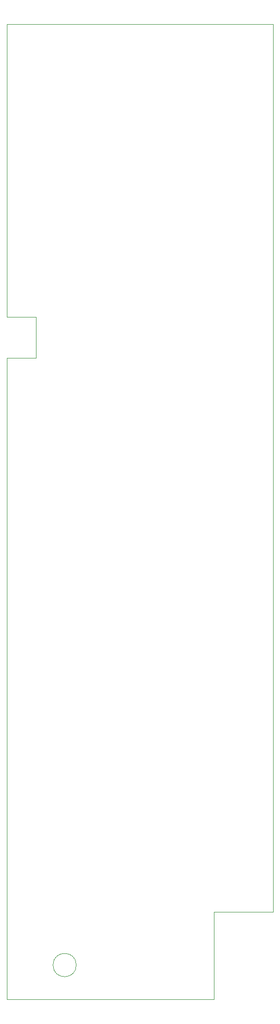
<source format=gbr>
%TF.GenerationSoftware,KiCad,Pcbnew,8.0.0*%
%TF.CreationDate,2025-04-28T00:15:23+02:00*%
%TF.ProjectId,LinearSaturn,4c696e65-6172-4536-9174-75726e2e6b69,rev?*%
%TF.SameCoordinates,Original*%
%TF.FileFunction,Profile,NP*%
%FSLAX46Y46*%
G04 Gerber Fmt 4.6, Leading zero omitted, Abs format (unit mm)*
G04 Created by KiCad (PCBNEW 8.0.0) date 2025-04-28 00:15:23*
%MOMM*%
%LPD*%
G01*
G04 APERTURE LIST*
%TA.AperFunction,Profile*%
%ADD10C,0.100000*%
%TD*%
G04 APERTURE END LIST*
D10*
X152400000Y-180580000D02*
X152400000Y-195580000D01*
X162560000Y-28400000D02*
X162560000Y-180594000D01*
X116840000Y-85580000D02*
X121840000Y-85580000D01*
X121840000Y-78580000D02*
X121840000Y-85580000D01*
X162560000Y-180594000D02*
X152400000Y-180594000D01*
X128746000Y-189706000D02*
G75*
G02*
X124746000Y-189706000I-2000000J0D01*
G01*
X124746000Y-189706000D02*
G75*
G02*
X128746000Y-189706000I2000000J0D01*
G01*
X116840000Y-28400000D02*
X116840000Y-78580000D01*
X116840000Y-78580000D02*
X121840000Y-78580000D01*
X162560000Y-28400000D02*
X116840000Y-28400000D01*
X152400000Y-195580000D02*
X116840000Y-195580000D01*
X116840000Y-85580000D02*
X116840000Y-195580000D01*
M02*

</source>
